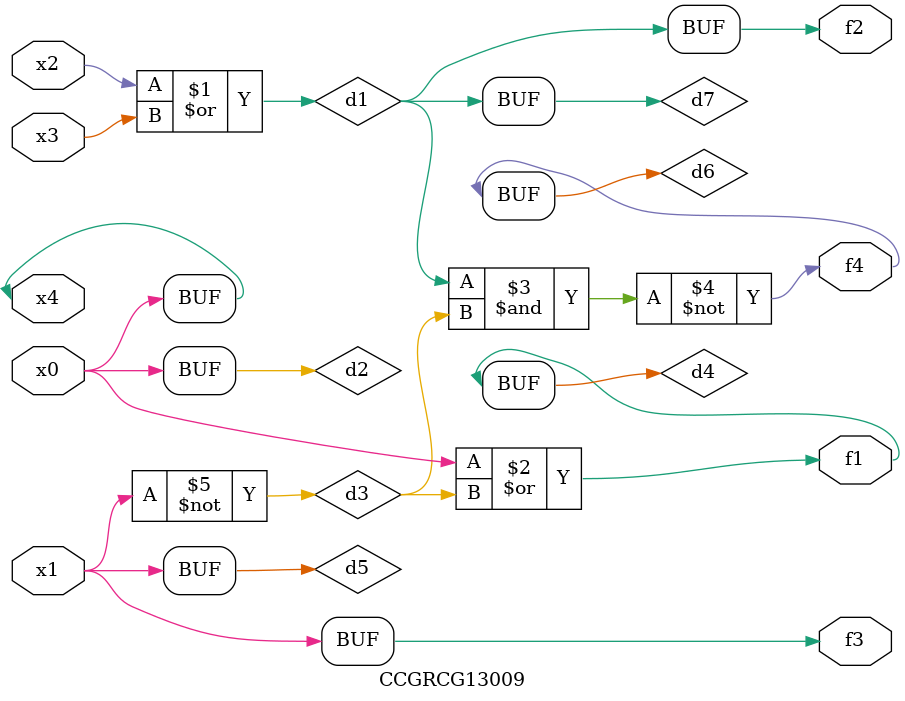
<source format=v>
module CCGRCG13009(
	input x0, x1, x2, x3, x4,
	output f1, f2, f3, f4
);

	wire d1, d2, d3, d4, d5, d6, d7;

	or (d1, x2, x3);
	buf (d2, x0, x4);
	not (d3, x1);
	or (d4, d2, d3);
	not (d5, d3);
	nand (d6, d1, d3);
	or (d7, d1);
	assign f1 = d4;
	assign f2 = d7;
	assign f3 = d5;
	assign f4 = d6;
endmodule

</source>
